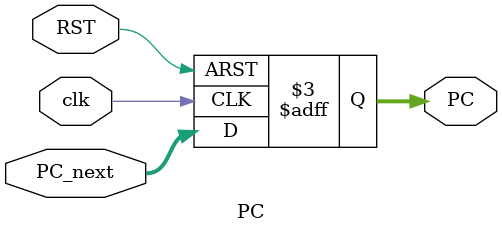
<source format=v>
module PC (
  
 input  wire [31:0]       PC_next,
 input  wire              clk,
 input  wire              RST,
 output reg  [31:0]       PC );


always @(posedge clk, negedge RST) 
begin
    if (!RST) 
	begin
		PC <= 32'b0 ;
	end
	else 
    begin
        PC <= PC_next; 
    end
 end
 
endmodule



</source>
